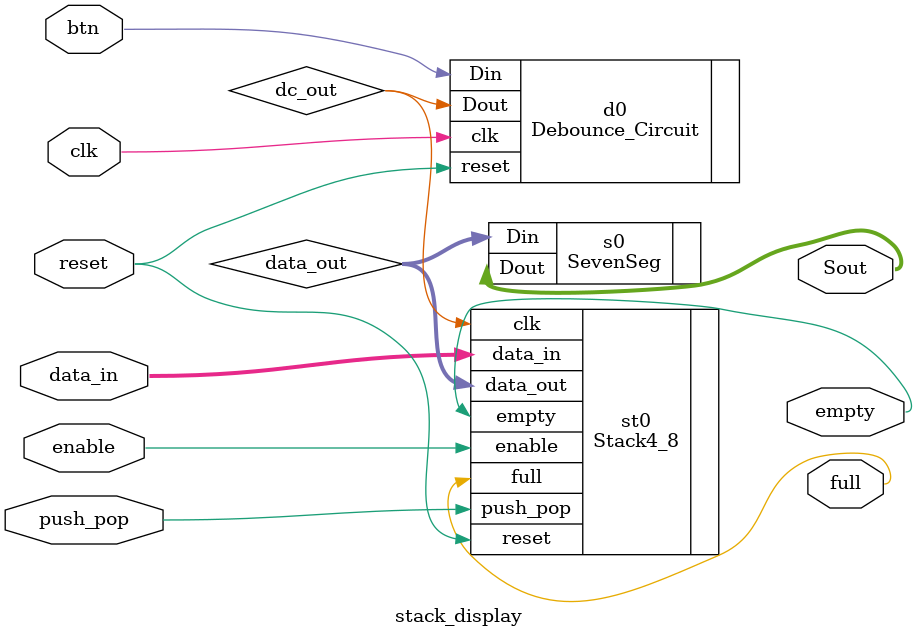
<source format=v>
module stack_display(Sout, full, empty, data_in, push_pop, btn, enable, clk, reset);
output [6:0] Sout;
output full, empty;
input [3:0] data_in;
input push_pop, btn, enable, clk, reset;

wire dc_out;
wire [3:0] data_out;

Debounce_Circuit d0(.Dout(dc_out), .Din(btn), .clk(clk), .reset(reset));

Stack4_8 st0(.data_out(data_out), .full(full), .empty(empty), .data_in(data_in), .push_pop(push_pop), .enable(enable), .clk(dc_out), .reset(reset));

SevenSeg s0(.Din(data_out), .Dout(Sout));

endmodule
</source>
